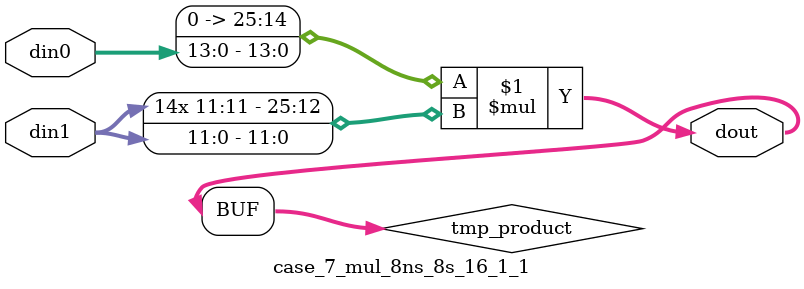
<source format=v>

`timescale 1 ns / 1 ps

 (* use_dsp = "no" *)  module case_7_mul_8ns_8s_16_1_1(din0, din1, dout);
parameter ID = 1;
parameter NUM_STAGE = 0;
parameter din0_WIDTH = 14;
parameter din1_WIDTH = 12;
parameter dout_WIDTH = 26;

input [din0_WIDTH - 1 : 0] din0; 
input [din1_WIDTH - 1 : 0] din1; 
output [dout_WIDTH - 1 : 0] dout;

wire signed [dout_WIDTH - 1 : 0] tmp_product;

























assign tmp_product = $signed({1'b0, din0}) * $signed(din1);










assign dout = tmp_product;





















endmodule

</source>
